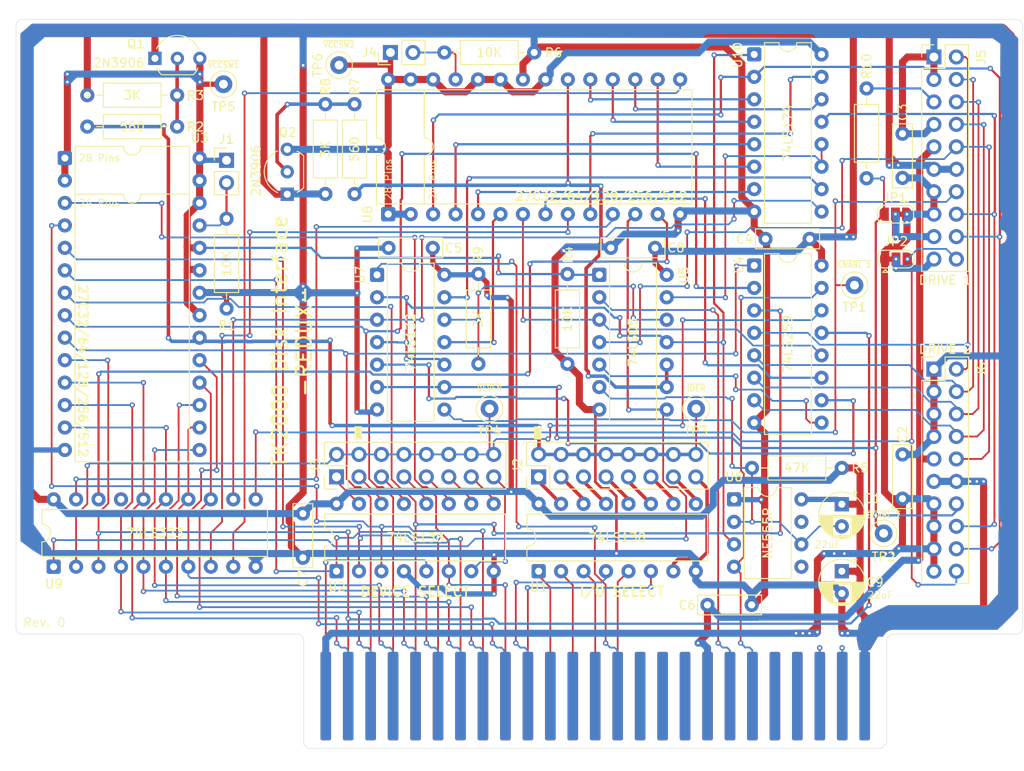
<source format=kicad_pcb>
(kicad_pcb
	(version 20241229)
	(generator "pcbnew")
	(generator_version "9.0")
	(general
		(thickness 1.6)
		(legacy_teardrops no)
	)
	(paper "A4")
	(layers
		(0 "F.Cu" signal)
		(2 "B.Cu" signal)
		(9 "F.Adhes" user "F.Adhesive")
		(11 "B.Adhes" user "B.Adhesive")
		(13 "F.Paste" user)
		(15 "B.Paste" user)
		(5 "F.SilkS" user "F.Silkscreen")
		(7 "B.SilkS" user "B.Silkscreen")
		(1 "F.Mask" user)
		(3 "B.Mask" user)
		(17 "Dwgs.User" user "User.Drawings")
		(19 "Cmts.User" user "User.Comments")
		(21 "Eco1.User" user "User.Eco1")
		(23 "Eco2.User" user "User.Eco2")
		(25 "Edge.Cuts" user)
		(27 "Margin" user)
		(31 "F.CrtYd" user "F.Courtyard")
		(29 "B.CrtYd" user "B.Courtyard")
		(35 "F.Fab" user)
		(33 "B.Fab" user)
		(39 "User.1" user)
		(41 "User.2" user)
		(43 "User.3" user)
		(45 "User.4" user)
	)
	(setup
		(pad_to_mask_clearance 0)
		(allow_soldermask_bridges_in_footprints no)
		(tenting front back)
		(pcbplotparams
			(layerselection 0x00000000_00000000_55555555_5755f5ff)
			(plot_on_all_layers_selection 0x00000000_00000000_00000000_00000000)
			(disableapertmacros no)
			(usegerberextensions no)
			(usegerberattributes yes)
			(usegerberadvancedattributes yes)
			(creategerberjobfile yes)
			(dashed_line_dash_ratio 12.000000)
			(dashed_line_gap_ratio 3.000000)
			(svgprecision 4)
			(plotframeref no)
			(mode 1)
			(useauxorigin no)
			(hpglpennumber 1)
			(hpglpenspeed 20)
			(hpglpendiameter 15.000000)
			(pdf_front_fp_property_popups yes)
			(pdf_back_fp_property_popups yes)
			(pdf_metadata yes)
			(pdf_single_document no)
			(dxfpolygonmode yes)
			(dxfimperialunits yes)
			(dxfusepcbnewfont yes)
			(psnegative no)
			(psa4output no)
			(plot_black_and_white yes)
			(sketchpadsonfab no)
			(plotpadnumbers no)
			(hidednponfab no)
			(sketchdnponfab yes)
			(crossoutdnponfab yes)
			(subtractmaskfromsilk no)
			(outputformat 1)
			(mirror no)
			(drillshape 0)
			(scaleselection 1)
			(outputdirectory "gerbers/")
		)
	)
	(net 0 "")
	(net 1 "-12V")
	(net 2 "GND")
	(net 3 "+5V")
	(net 4 "Net-(U6-THR)")
	(net 5 "+12V")
	(net 6 "Net-(J1-Pin_2)")
	(net 7 "~{IOSEL}")
	(net 8 "Net-(J2-Pin_5)")
	(net 9 "Net-(J2-Pin_7)")
	(net 10 "/VCC_SWITCHED_1")
	(net 11 "Net-(J2-Pin_15)")
	(net 12 "Net-(J2-Pin_3)")
	(net 13 "Net-(J2-Pin_9)")
	(net 14 "Net-(J2-Pin_11)")
	(net 15 "Net-(J2-Pin_13)")
	(net 16 "Net-(J2-Pin_1)")
	(net 17 "Net-(J3-Pin_11)")
	(net 18 "Net-(J3-Pin_5)")
	(net 19 "Net-(J3-Pin_7)")
	(net 20 "Net-(J3-Pin_9)")
	(net 21 "Net-(J3-Pin_1)")
	(net 22 "Net-(J3-Pin_13)")
	(net 23 "Net-(J3-Pin_15)")
	(net 24 "Net-(J3-Pin_3)")
	(net 25 "Net-(J4-Pin_2)")
	(net 26 "/PH1")
	(net 27 "/PH0")
	(net 28 "/WR DATA")
	(net 29 "/W PROT")
	(net 30 "/RD DATA")
	(net 31 "/PH2")
	(net 32 "/PH3")
	(net 33 "Net-(J5-Pin_17)")
	(net 34 "/WR REQ")
	(net 35 "Net-(J5-Pin_19)")
	(net 36 "/~{ENBL 1}")
	(net 37 "Net-(J5-Pin_5)")
	(net 38 "/~{ENBL 2}")
	(net 39 "A12")
	(net 40 "D0")
	(net 41 "A10")
	(net 42 "A3")
	(net 43 "A14")
	(net 44 "D3")
	(net 45 "unconnected-(P1-Pin_40-Pad40)")
	(net 46 "2M")
	(net 47 "~{RESET}")
	(net 48 "unconnected-(P1-Pin_30-Pad30)")
	(net 49 "A4")
	(net 50 "~{EXTC}")
	(net 51 "unconnected-(P1-Pin_18-Pad18)")
	(net 52 "unconnected-(P1-Pin_38-Pad38)")
	(net 53 "D1")
	(net 54 "unconnected-(P1-Pin_29-Pad29)")
	(net 55 "A0")
	(net 56 "A15")
	(net 57 "D6")
	(net 58 "unconnected-(P1-Pin_36-Pad36)")
	(net 59 "A5")
	(net 60 "unconnected-(P1-Pin_22-Pad22)")
	(net 61 "~{EXTE}")
	(net 62 "Net-(P1-Pin_24)")
	(net 63 "~{EXT8}")
	(net 64 "unconnected-(P1-Pin_34-Pad34)")
	(net 65 "A8")
	(net 66 "D2")
	(net 67 "A2")
	(net 68 "D7")
	(net 69 "A7")
	(net 70 "Net-(P1-Pin_23)")
	(net 71 "A6")
	(net 72 "unconnected-(P1-Pin_21-Pad21)")
	(net 73 "~{EXT_MEM}")
	(net 74 "D4")
	(net 75 "D5")
	(net 76 "A9")
	(net 77 "A13")
	(net 78 "A11")
	(net 79 "unconnected-(P1-Pin_39-Pad39)")
	(net 80 "~{EXT6}")
	(net 81 "A1")
	(net 82 "Net-(Q1-B)")
	(net 83 "Net-(Q2-B)")
	(net 84 "Net-(U8-~{CE})")
	(net 85 "Net-(R9-Pad2)")
	(net 86 "Net-(U4-Q6)")
	(net 87 "Net-(U4-Q5)")
	(net 88 "Net-(U4-Q7)")
	(net 89 "Net-(U4-Q4)")
	(net 90 "Net-(U10-D3)")
	(net 91 "Net-(U8-D1)")
	(net 92 "Net-(U10-~{Mr})")
	(net 93 "Net-(U8-A4)")
	(net 94 "Net-(U10-Q3)")
	(net 95 "Net-(U10-Cp)")
	(net 96 "Net-(U8-D3)")
	(net 97 "Net-(U10-Q5)")
	(net 98 "Net-(U10-Q2)")
	(net 99 "Net-(U8-A1)")
	(net 100 "Net-(U10-D2)")
	(net 101 "Net-(U8-D0)")
	(net 102 "Net-(U10-Q1)")
	(net 103 "unconnected-(U6-DIS-Pad7)")
	(net 104 "Net-(U10-D0)")
	(net 105 "unconnected-(U6-CV-Pad5)")
	(net 106 "Net-(U10-D5)")
	(net 107 "Net-(U8-D2)")
	(net 108 "Net-(U10-D1)")
	(net 109 "unconnected-(U9-Q7-Pad17)")
	(net 110 "/VCC_SWITCHED_2")
	(net 111 "/~{IOEN}")
	(net 112 "/~{DEVEN}")
	(footprint "Connector_PinHeader_2.54mm:PinHeader_1x02_P2.54mm_Vertical" (layer "F.Cu") (at 69.565185 66.517185))
	(footprint "TestPoint:TestPoint_Loop_D1.80mm_Drill1.0mm_Beaded" (layer "F.Cu") (at 122.682 94.615))
	(footprint "Capacitor_THT:C_Rect_L7.0mm_W2.0mm_P5.00mm" (layer "F.Cu") (at 118.034185 76.423185 180))
	(footprint "Resistor_THT:R_Axial_DIN0207_L6.3mm_D2.5mm_P10.16mm_Horizontal" (layer "F.Cu") (at 94.203185 54.325185))
	(footprint "TestPoint:TestPoint_Loop_D1.80mm_Drill1.0mm_Beaded" (layer "F.Cu") (at 82.296 55.753))
	(footprint "Connector_PinHeader_2.54mm:PinHeader_1x02_P2.54mm_Vertical" (layer "F.Cu") (at 88.107185 54.325185 90))
	(footprint "Capacitor_THT:CP_Radial_D5.0mm_P2.50mm" (layer "F.Cu") (at 139.161185 112.999185 -90))
	(footprint "Resistor_THT:R_Axial_DIN0207_L6.3mm_D2.5mm_P10.16mm_Horizontal" (layer "F.Cu") (at 84.043185 60.167185 -90))
	(footprint "Capacitor_THT:C_Rect_L7.0mm_W2.0mm_P5.00mm" (layer "F.Cu") (at 146.019185 104.791185 90))
	(footprint "TestPoint:TestPoint_Loop_D1.80mm_Drill1.0mm_Beaded" (layer "F.Cu") (at 99.314 94.615))
	(footprint "Package_DIP:DIP-16_W7.62mm" (layer "F.Cu") (at 129.250185 54.539185))
	(footprint "Package_DIP:DIP-16_W7.62mm" (layer "F.Cu") (at 82.006185 112.994185 90))
	(footprint "Package_TO_SOT_THT:TO-92_Inline_Wide" (layer "F.Cu") (at 61.468 54.991))
	(footprint "Resistor_THT:R_Axial_DIN0207_L6.3mm_D2.5mm_P10.16mm_Horizontal" (layer "F.Cu") (at 141.955185 68.549185 90))
	(footprint "Capacitor_THT:CP_Radial_D5.0mm_P2.50mm" (layer "F.Cu") (at 139.156185 105.419185 -90))
	(footprint "Resistor_THT:R_Axial_DIN0207_L6.3mm_D2.5mm_P10.16mm_Horizontal" (layer "F.Cu") (at 53.817185 59.151185))
	(footprint "Package_DIP:DIP-16_W7.62mm" (layer "F.Cu") (at 104.866185 112.999185 90))
	(footprint "TK2000:DIP-28-24_W15.24mm" (layer "F.Cu") (at 87.853185 72.613185 90))
	(footprint "Package_DIP:DIP-14_W7.62mm" (layer "F.Cu") (at 111.729185 79.471185))
	(footprint "Resistor_THT:R_Axial_DIN0207_L6.3mm_D2.5mm_P10.16mm_Horizontal" (layer "F.Cu") (at 69.565185 73.121185 -90))
	(footprint "TestPoint:TestPoint_Loop_D1.80mm_Drill1.0mm_Beaded" (layer "F.Cu") (at 140.589 80.645))
	(footprint "Capacitor_THT:C_Rect_L7.0mm_W2.0mm_P5.00mm" (layer "F.Cu") (at 146.019185 68.509185 90))
	(footprint "Jumper:SolderJumper-3_P1.3mm_Bridged12_RoundedPad1.0x1.5mm" (layer "F.Cu") (at 145.287185 77.693185))
	(footprint "Resistor_THT:R_Axial_DIN0207_L6.3mm_D2.5mm_P10.16mm_Horizontal" (layer "F.Cu") (at 98.053185 79.382185 -90))
	(footprint "TK2000:DIP-28-24_W15.24mm" (layer "F.Cu") (at 51.277185 66.263185))
	(footprint "Capacitor_THT:C_Rect_L7.0mm_W2.0mm_P5.00mm" (layer "F.Cu") (at 135.525185 75.407185 180))
	(footprint "Capacitor_THT:C_Rect_L7.0mm_W2.0mm_P5.00mm" (layer "F.Cu") (at 78.201185 106.475185 -90))
	(footprint "Capacitor_THT:C_Rect_L7.0mm_W2.0mm_P5.00mm" (layer "F.Cu") (at 92.893185 76.428185 180))
	(footprint "Package_DIP:DIP-14_W7.62mm"
		(layer "F.Cu")
		(uuid "a0622b99-2d5e-4ed7-81b0-0f8cd8a25f7e")
		(at 86.588185 79.471185)
		(descr "14-lead though-hole mounted DIP package, row spacing 7.62mm (300 mils)")
		(tags "THT DIP DIL PDIP 2.54mm 7.62mm 300mi
... [377955 chars truncated]
</source>
